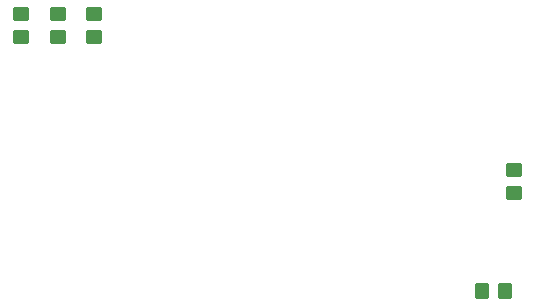
<source format=gtp>
G04 #@! TF.GenerationSoftware,KiCad,Pcbnew,7.0.5*
G04 #@! TF.CreationDate,2024-02-16T17:16:27-05:00*
G04 #@! TF.ProjectId,SoyuzControlBoard,536f7975-7a43-46f6-9e74-726f6c426f61,rev?*
G04 #@! TF.SameCoordinates,Original*
G04 #@! TF.FileFunction,Paste,Top*
G04 #@! TF.FilePolarity,Positive*
%FSLAX46Y46*%
G04 Gerber Fmt 4.6, Leading zero omitted, Abs format (unit mm)*
G04 Created by KiCad (PCBNEW 7.0.5) date 2024-02-16 17:16:27*
%MOMM*%
%LPD*%
G01*
G04 APERTURE LIST*
G04 Aperture macros list*
%AMRoundRect*
0 Rectangle with rounded corners*
0 $1 Rounding radius*
0 $2 $3 $4 $5 $6 $7 $8 $9 X,Y pos of 4 corners*
0 Add a 4 corners polygon primitive as box body*
4,1,4,$2,$3,$4,$5,$6,$7,$8,$9,$2,$3,0*
0 Add four circle primitives for the rounded corners*
1,1,$1+$1,$2,$3*
1,1,$1+$1,$4,$5*
1,1,$1+$1,$6,$7*
1,1,$1+$1,$8,$9*
0 Add four rect primitives between the rounded corners*
20,1,$1+$1,$2,$3,$4,$5,0*
20,1,$1+$1,$4,$5,$6,$7,0*
20,1,$1+$1,$6,$7,$8,$9,0*
20,1,$1+$1,$8,$9,$2,$3,0*%
G04 Aperture macros list end*
%ADD10RoundRect,0.250000X0.450000X-0.350000X0.450000X0.350000X-0.450000X0.350000X-0.450000X-0.350000X0*%
%ADD11RoundRect,0.250000X-0.450000X0.350000X-0.450000X-0.350000X0.450000X-0.350000X0.450000X0.350000X0*%
%ADD12RoundRect,0.250000X-0.350000X-0.450000X0.350000X-0.450000X0.350000X0.450000X-0.350000X0.450000X0*%
G04 APERTURE END LIST*
D10*
X85700000Y-39700000D03*
X85700000Y-37700000D03*
X82600000Y-39700000D03*
X82600000Y-37700000D03*
D11*
X124300000Y-50900000D03*
X124300000Y-52900000D03*
D10*
X88800000Y-39700000D03*
X88800000Y-37700000D03*
D12*
X121600000Y-61200000D03*
X123600000Y-61200000D03*
M02*

</source>
